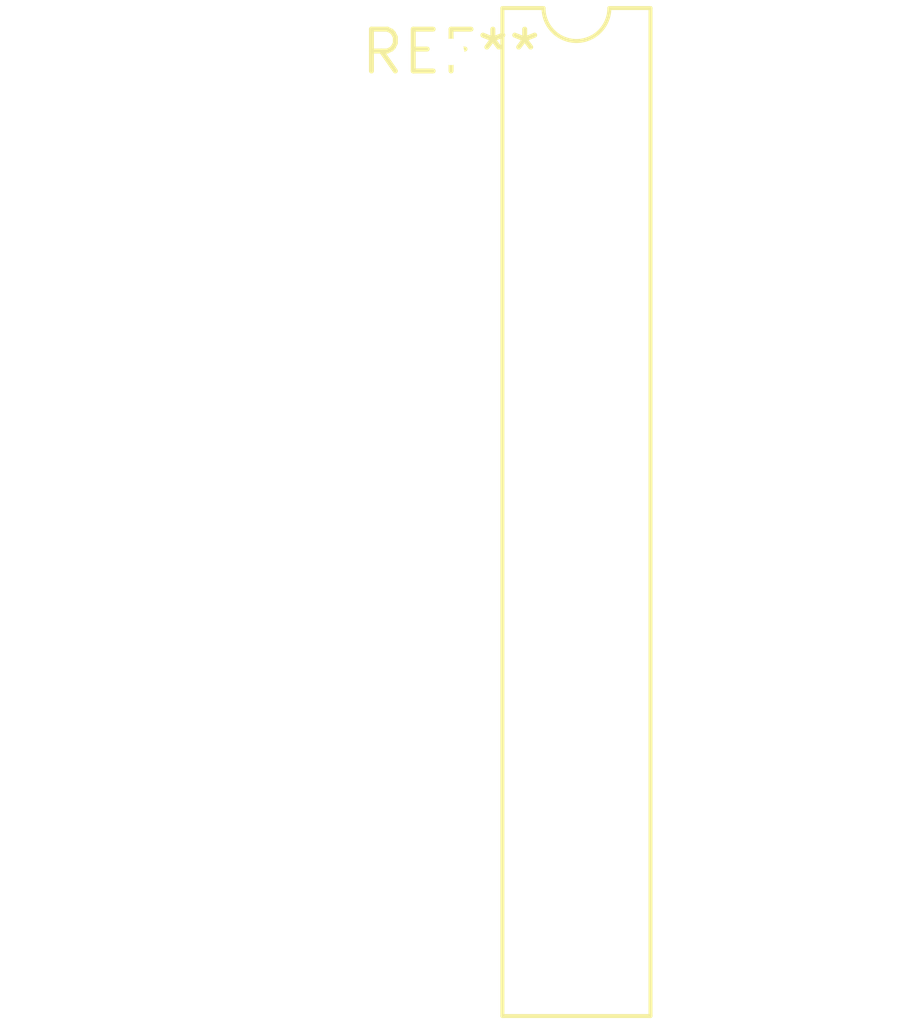
<source format=kicad_pcb>
(kicad_pcb (version 20240108) (generator pcbnew)
  (layers (0 "F.Cu" signal) (31 "B.Cu" signal) (34 "B.Paste" user) (35 "F.Paste" user) (36 "B.SilkS" user "B.Silkscreen") (37 "F.SilkS" user "F.Silkscreen") (38 "B.Mask" user) (39 "F.Mask" user) (44 "Edge.Cuts" user))
  (net 0 "")
  (footprint "DIP-24_W7.62mm_LongPads" (layer "F.Cu") (at 0 0)
    (property "Reference" "REF**")
    (property "Value" "DIP-24_W7.62mm_LongPads")
    (fp_line (start 1.56 -1.33) (end 1.56 29.27) (layer "F.SilkS") (stroke (width 0.12)))
    (fp_line (start 1.56 29.27) (end 6.06 29.27) (layer "F.SilkS") (stroke (width 0.12)))
    (fp_line (start 2.81 -1.33) (end 1.56 -1.33) (layer "F.SilkS") (stroke (width 0.12)))
    (fp_line (start 6.06 -1.33) (end 4.81 -1.33) (layer "F.SilkS") (stroke (width 0.12)))
    (fp_line (start 6.06 29.27) (end 6.06 -1.33) (layer "F.SilkS") (stroke (width 0.12)))
    (fp_arc (start 4.81 -1.33) (mid 3.81 -0.33) (end 2.81 -1.33) (layer "F.SilkS") (stroke (width 0.12)))
    (pad "1" thru_hole rect (at 0 0) (size 2.4 1.6) (drill 0.8) (layers *.Cu *.Mask) (remove_unused_layers))
    (pad "2" thru_hole oval (at 0 2.54) (size 2.4 1.6) (drill 0.8) (layers *.Cu *.Mask) (remove_unused_layers))
    (pad "3" thru_hole oval (at 0 5.08) (size 2.4 1.6) (drill 0.8) (layers *.Cu *.Mask) (remove_unused_layers))
    (pad "4" thru_hole oval (at 0 7.62) (size 2.4 1.6) (drill 0.8) (layers *.Cu *.Mask) (remove_unused_layers))
    (pad "5" thru_hole oval (at 0 10.16) (size 2.4 1.6) (drill 0.8) (layers *.Cu *.Mask) (remove_unused_layers))
    (pad "6" thru_hole oval (at 0 12.7) (size 2.4 1.6) (drill 0.8) (layers *.Cu *.Mask) (remove_unused_layers))
    (pad "7" thru_hole oval (at 0 15.24) (size 2.4 1.6) (drill 0.8) (layers *.Cu *.Mask) (remove_unused_layers))
    (pad "8" thru_hole oval (at 0 17.78) (size 2.4 1.6) (drill 0.8) (layers *.Cu *.Mask) (remove_unused_layers))
    (pad "9" thru_hole oval (at 0 20.32) (size 2.4 1.6) (drill 0.8) (layers *.Cu *.Mask) (remove_unused_layers))
    (pad "10" thru_hole oval (at 0 22.86) (size 2.4 1.6) (drill 0.8) (layers *.Cu *.Mask) (remove_unused_layers))
    (pad "11" thru_hole oval (at 0 25.4) (size 2.4 1.6) (drill 0.8) (layers *.Cu *.Mask) (remove_unused_layers))
    (pad "12" thru_hole oval (at 0 27.94) (size 2.4 1.6) (drill 0.8) (layers *.Cu *.Mask) (remove_unused_layers))
    (pad "13" thru_hole oval (at 7.62 27.94) (size 2.4 1.6) (drill 0.8) (layers *.Cu *.Mask) (remove_unused_layers))
    (pad "14" thru_hole oval (at 7.62 25.4) (size 2.4 1.6) (drill 0.8) (layers *.Cu *.Mask) (remove_unused_layers))
    (pad "15" thru_hole oval (at 7.62 22.86) (size 2.4 1.6) (drill 0.8) (layers *.Cu *.Mask) (remove_unused_layers))
    (pad "16" thru_hole oval (at 7.62 20.32) (size 2.4 1.6) (drill 0.8) (layers *.Cu *.Mask) (remove_unused_layers))
    (pad "17" thru_hole oval (at 7.62 17.78) (size 2.4 1.6) (drill 0.8) (layers *.Cu *.Mask) (remove_unused_layers))
    (pad "18" thru_hole oval (at 7.62 15.24) (size 2.4 1.6) (drill 0.8) (layers *.Cu *.Mask) (remove_unused_layers))
    (pad "19" thru_hole oval (at 7.62 12.7) (size 2.4 1.6) (drill 0.8) (layers *.Cu *.Mask) (remove_unused_layers))
    (pad "20" thru_hole oval (at 7.62 10.16) (size 2.4 1.6) (drill 0.8) (layers *.Cu *.Mask) (remove_unused_layers))
    (pad "21" thru_hole oval (at 7.62 7.62) (size 2.4 1.6) (drill 0.8) (layers *.Cu *.Mask) (remove_unused_layers))
    (pad "22" thru_hole oval (at 7.62 5.08) (size 2.4 1.6) (drill 0.8) (layers *.Cu *.Mask) (remove_unused_layers))
    (pad "23" thru_hole oval (at 7.62 2.54) (size 2.4 1.6) (drill 0.8) (layers *.Cu *.Mask) (remove_unused_layers))
    (pad "24" thru_hole oval (at 7.62 0) (size 2.4 1.6) (drill 0.8) (layers *.Cu *.Mask) (remove_unused_layers))
  )
)
</source>
